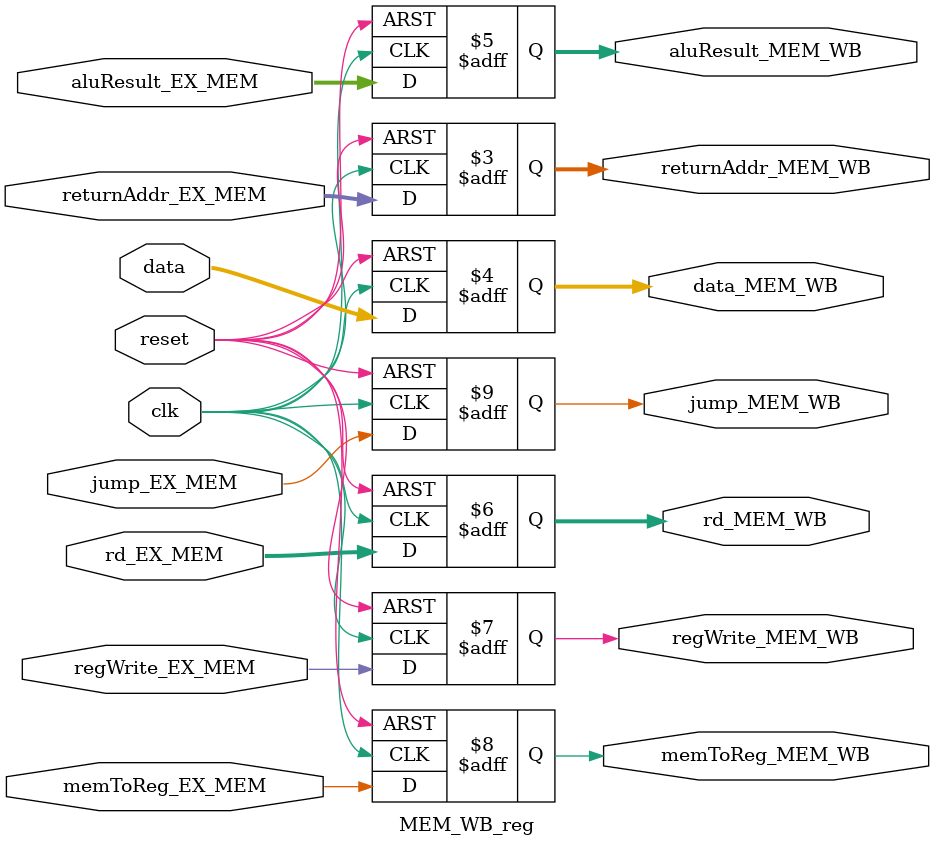
<source format=v>
`timescale 1ns / 1ps

module MEM_WB_reg(returnAddr_MEM_WB,regWrite_MEM_WB,memToReg_MEM_WB,
              data_MEM_WB,aluResult_MEM_WB,rd_MEM_WB,jump_MEM_WB,
              regWrite_EX_MEM,memToReg_EX_MEM,data,aluResult_EX_MEM, 
              rd_EX_MEM,jump_EX_MEM,returnAddr_EX_MEM,clk,reset);
output reg [31:0] returnAddr_MEM_WB,data_MEM_WB,aluResult_MEM_WB;
output reg [4:0] rd_MEM_WB;
output reg regWrite_MEM_WB,memToReg_MEM_WB,jump_MEM_WB;
input [31:0] returnAddr_EX_MEM,data,aluResult_EX_MEM;
input [4:0] rd_EX_MEM;
input regWrite_EX_MEM,memToReg_EX_MEM,jump_EX_MEM,clk,reset;

always@(posedge clk, negedge reset)
begin
if(reset==0) 
    begin 
        returnAddr_MEM_WB = 0;
        regWrite_MEM_WB = 0;
        memToReg_MEM_WB = 0;
        data_MEM_WB = 0;
        aluResult_MEM_WB = 0;
        rd_MEM_WB = 0;
        jump_MEM_WB = 0;
    end
             
else
    begin 
        returnAddr_MEM_WB = returnAddr_EX_MEM;
        regWrite_MEM_WB = regWrite_EX_MEM;
        memToReg_MEM_WB = memToReg_EX_MEM;
        data_MEM_WB = data;
        aluResult_MEM_WB = aluResult_EX_MEM;
        rd_MEM_WB = rd_EX_MEM;
        jump_MEM_WB = jump_EX_MEM;
    end
end

endmodule

</source>
